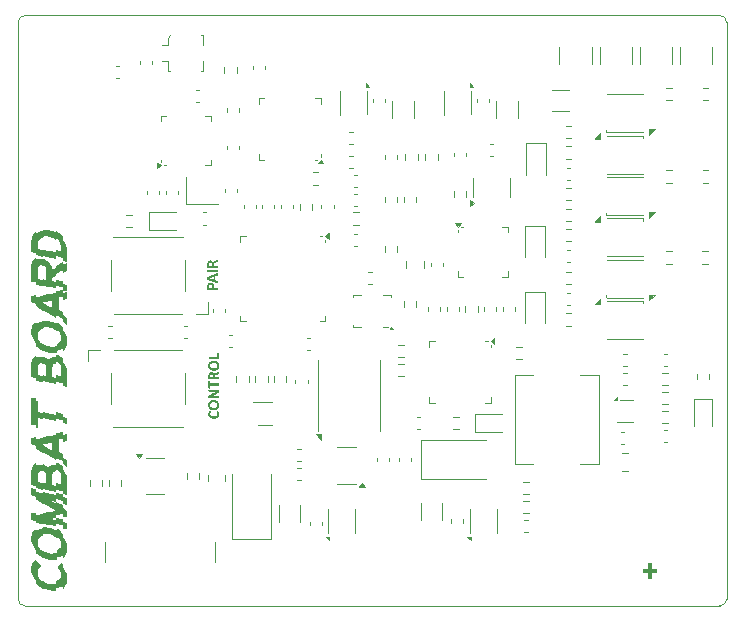
<source format=gbr>
%TF.GenerationSoftware,KiCad,Pcbnew,8.0.3*%
%TF.CreationDate,2024-11-14T20:38:21+13:00*%
%TF.ProjectId,combat-r1,636f6d62-6174-42d7-9231-2e6b69636164,rev?*%
%TF.SameCoordinates,Original*%
%TF.FileFunction,Legend,Top*%
%TF.FilePolarity,Positive*%
%FSLAX46Y46*%
G04 Gerber Fmt 4.6, Leading zero omitted, Abs format (unit mm)*
G04 Created by KiCad (PCBNEW 8.0.3) date 2024-11-14 20:38:21*
%MOMM*%
%LPD*%
G01*
G04 APERTURE LIST*
%ADD10C,0.100000*%
%ADD11C,0.200000*%
%ADD12C,0.400000*%
%ADD13C,0.120000*%
%TA.AperFunction,Profile*%
%ADD14C,0.050000*%
%TD*%
G04 APERTURE END LIST*
D10*
G36*
X124183789Y-122722121D02*
G01*
X124174326Y-122879361D01*
X124145936Y-123025473D01*
X124086885Y-123186121D01*
X124000581Y-123330746D01*
X123887022Y-123459349D01*
X123796175Y-123536182D01*
X123796175Y-123271667D01*
X123661270Y-123362265D01*
X123512919Y-123432925D01*
X123369762Y-123478995D01*
X123255422Y-123503210D01*
X123255422Y-123700314D01*
X123106300Y-123716056D01*
X123014354Y-123718632D01*
X122844467Y-123710569D01*
X122676074Y-123686380D01*
X122509175Y-123646066D01*
X122343770Y-123589626D01*
X122207074Y-123530274D01*
X122125554Y-123489288D01*
X122125554Y-123556699D01*
X121997132Y-123483360D01*
X121875099Y-123401830D01*
X121740800Y-123296358D01*
X121632608Y-123197079D01*
X121530805Y-123089608D01*
X121514459Y-123070900D01*
X121514459Y-122871598D01*
X121420177Y-122755174D01*
X121320003Y-122606263D01*
X121239471Y-122453596D01*
X121178581Y-122297172D01*
X121137332Y-122136991D01*
X121115726Y-121973054D01*
X121112191Y-121872889D01*
X121122012Y-121715012D01*
X121151475Y-121567905D01*
X121212758Y-121405591D01*
X121302325Y-121258785D01*
X121420177Y-121127486D01*
X121514459Y-121048569D01*
X121514459Y-121247871D01*
X121616308Y-121173866D01*
X121976810Y-121653803D01*
X121909399Y-121700697D01*
X121796559Y-121798013D01*
X121708151Y-121926433D01*
X121660546Y-122074907D01*
X121651479Y-122185031D01*
X121666631Y-122335519D01*
X121712086Y-122482716D01*
X121779706Y-122613677D01*
X121868578Y-122737669D01*
X121974910Y-122851356D01*
X122098701Y-122954739D01*
X122125554Y-122974180D01*
X122125554Y-122908967D01*
X122249156Y-122988010D01*
X122393792Y-123060073D01*
X122544340Y-123114285D01*
X122647990Y-123140509D01*
X122795594Y-123163616D01*
X122905910Y-123169085D01*
X123054792Y-123157960D01*
X123204578Y-123121094D01*
X123255422Y-123101674D01*
X123255422Y-122902372D01*
X123391928Y-122828999D01*
X123503319Y-122731154D01*
X123516273Y-122716259D01*
X123599295Y-122581172D01*
X123638365Y-122435439D01*
X123644501Y-122341102D01*
X123628289Y-122188511D01*
X123579654Y-122038485D01*
X123498596Y-121891024D01*
X123401073Y-121764098D01*
X123385115Y-121746127D01*
X123314773Y-121668457D01*
X123673077Y-121340195D01*
X123796175Y-121481612D01*
X123796175Y-121746127D01*
X123887022Y-121861875D01*
X123983547Y-122009072D01*
X124061145Y-122159059D01*
X124119817Y-122311837D01*
X124159563Y-122467406D01*
X124180382Y-122625766D01*
X124183789Y-122722121D01*
G37*
G36*
X122424074Y-118358900D02*
G01*
X122575272Y-118379216D01*
X122646524Y-118393161D01*
X122807083Y-118434056D01*
X122962697Y-118487133D01*
X123113364Y-118552392D01*
X123259085Y-118629832D01*
X123259085Y-118434193D01*
X123391435Y-118518288D01*
X123516001Y-118611568D01*
X123632783Y-118714035D01*
X123741782Y-118825688D01*
X123800572Y-118893614D01*
X123800572Y-119156664D01*
X123890388Y-119272939D01*
X123985818Y-119420214D01*
X124062536Y-119569637D01*
X124120543Y-119721205D01*
X124159838Y-119874921D01*
X124180421Y-120030783D01*
X124183789Y-120125331D01*
X124174433Y-120279265D01*
X124138506Y-120450242D01*
X124075635Y-120606228D01*
X123985818Y-120747221D01*
X123869057Y-120873221D01*
X123800572Y-120930600D01*
X123800572Y-120666085D01*
X123664720Y-120757449D01*
X123516001Y-120828759D01*
X123373005Y-120875310D01*
X123259085Y-120899825D01*
X123259085Y-121098394D01*
X123108075Y-121116026D01*
X123015819Y-121118911D01*
X122869328Y-121112139D01*
X122718000Y-121091823D01*
X122646524Y-121077878D01*
X122494991Y-121039876D01*
X122347863Y-120990165D01*
X122205140Y-120928747D01*
X122127752Y-120889567D01*
X122127752Y-120956978D01*
X121999356Y-120883639D01*
X121877400Y-120802109D01*
X121743257Y-120696637D01*
X121635254Y-120597358D01*
X121533691Y-120489887D01*
X121517390Y-120471179D01*
X121517390Y-120273342D01*
X121422421Y-120155213D01*
X121321517Y-120005039D01*
X121240398Y-119852075D01*
X121179064Y-119696320D01*
X121151125Y-119589706D01*
X121651479Y-119589706D01*
X121666891Y-119739604D01*
X121713125Y-119886038D01*
X121781905Y-120016154D01*
X121871406Y-120139903D01*
X121977795Y-120253776D01*
X122101071Y-120357775D01*
X122127752Y-120377390D01*
X122127752Y-120312177D01*
X122141674Y-120324633D01*
X122273443Y-120405423D01*
X122413210Y-120470563D01*
X122560976Y-120520055D01*
X122646524Y-120540788D01*
X122793794Y-120563895D01*
X122902247Y-120569364D01*
X123054812Y-120557876D01*
X123207483Y-120519809D01*
X123259085Y-120499755D01*
X123259085Y-120301919D01*
X123392275Y-120229190D01*
X123508436Y-120126058D01*
X123514808Y-120118736D01*
X123598779Y-119985194D01*
X123638295Y-119840457D01*
X123644501Y-119746510D01*
X123629176Y-119597778D01*
X123583200Y-119451816D01*
X123514808Y-119321528D01*
X123423823Y-119197055D01*
X123315182Y-119082014D01*
X123259085Y-119032100D01*
X123259085Y-119228471D01*
X123138111Y-119136849D01*
X123009843Y-119060093D01*
X122874283Y-118998203D01*
X122731429Y-118951179D01*
X122646524Y-118930983D01*
X122499512Y-118907284D01*
X122389337Y-118901674D01*
X122238409Y-118913266D01*
X122127752Y-118938311D01*
X122127752Y-119003524D01*
X121989363Y-119058905D01*
X121861696Y-119142230D01*
X121781905Y-119220411D01*
X121697459Y-119354177D01*
X121657720Y-119497403D01*
X121651479Y-119589706D01*
X121151125Y-119589706D01*
X121137516Y-119537774D01*
X121115752Y-119376438D01*
X121112191Y-119278297D01*
X121122083Y-119119261D01*
X121151761Y-118971424D01*
X121213490Y-118808801D01*
X121303710Y-118662304D01*
X121422421Y-118531933D01*
X121517390Y-118453977D01*
X121517390Y-118650348D01*
X121652807Y-118565123D01*
X121799673Y-118499223D01*
X121957988Y-118452649D01*
X122105906Y-118427750D01*
X122127752Y-118425401D01*
X122127752Y-118360188D01*
X122277229Y-118352128D01*
X122424074Y-118358900D01*
G37*
G36*
X121510795Y-115136182D02*
G01*
X121510795Y-115334752D01*
X122118960Y-115462247D01*
X122118960Y-115394103D01*
X123245896Y-115634438D01*
X123245896Y-115437334D01*
X123785184Y-115552372D01*
X123785184Y-115816887D01*
X124136894Y-115890893D01*
X124136894Y-116427983D01*
X123808632Y-116353977D01*
X123808632Y-116089462D01*
X123245896Y-115974424D01*
X123245896Y-116167864D01*
X123785184Y-116485136D01*
X123785184Y-116749651D01*
X124136894Y-116952616D01*
X124136894Y-117457466D01*
X123808632Y-117513154D01*
X123808632Y-117248639D01*
X123245896Y-117336566D01*
X123245896Y-117531472D01*
X123785184Y-117646510D01*
X123785184Y-117911025D01*
X124136894Y-117984298D01*
X124136894Y-118523586D01*
X123808632Y-118450314D01*
X123808632Y-118185799D01*
X123245896Y-118070760D01*
X123245896Y-118267864D01*
X122118960Y-118027529D01*
X122118960Y-118094940D01*
X121510795Y-117968178D01*
X121510795Y-117768876D01*
X121135638Y-117689009D01*
X121135638Y-117617201D01*
X122726392Y-117617201D01*
X123245896Y-117727843D01*
X123245896Y-117535136D01*
X122726392Y-117617201D01*
X121135638Y-117617201D01*
X121135638Y-117166573D01*
X121510795Y-117108688D01*
X121510795Y-117307990D01*
X122118960Y-117207606D01*
X122118960Y-117141660D01*
X123245896Y-116961409D01*
X123245896Y-116943091D01*
X122938323Y-116762107D01*
X123245896Y-116762107D01*
X123270809Y-116759909D01*
X123245896Y-116743789D01*
X123245896Y-116762107D01*
X122938323Y-116762107D01*
X122118960Y-116279972D01*
X122118960Y-116348115D01*
X121626397Y-116060886D01*
X122726392Y-116060886D01*
X123245896Y-116366434D01*
X123245896Y-116171528D01*
X122726392Y-116060886D01*
X121626397Y-116060886D01*
X121510795Y-115993475D01*
X121510795Y-115794173D01*
X121135638Y-115575087D01*
X121135638Y-115056315D01*
X121510795Y-115136182D01*
G37*
G36*
X123400960Y-112912763D02*
G01*
X123539354Y-112974816D01*
X123669139Y-113057477D01*
X123790314Y-113160746D01*
X123790314Y-113428192D01*
X123894015Y-113543177D01*
X123981269Y-113669045D01*
X124015994Y-113730809D01*
X124079750Y-113873047D01*
X124119893Y-114018577D01*
X124136422Y-114167398D01*
X124136894Y-114197557D01*
X124136894Y-115597801D01*
X123790314Y-115523796D01*
X123790314Y-115259281D01*
X123253956Y-115146441D01*
X123253956Y-115345743D01*
X122124089Y-115105408D01*
X122124089Y-115171353D01*
X121504933Y-115041660D01*
X121504933Y-114845289D01*
X121135638Y-114766887D01*
X121135638Y-113853175D01*
X121674926Y-113853175D01*
X121674926Y-114539741D01*
X122124089Y-114632065D01*
X122124089Y-114566120D01*
X122378346Y-114619609D01*
X122378346Y-113933042D01*
X122365391Y-113868562D01*
X122917634Y-113868562D01*
X122917634Y-114733914D01*
X123253956Y-114805722D01*
X123253956Y-114607152D01*
X123597606Y-114678960D01*
X123597606Y-113817271D01*
X123566076Y-113665725D01*
X123497955Y-113557152D01*
X123387130Y-113459883D01*
X123253956Y-113406943D01*
X123253956Y-113600383D01*
X123178485Y-113592323D01*
X123034487Y-113636825D01*
X123002630Y-113659734D01*
X122925934Y-113787404D01*
X122917634Y-113868562D01*
X122365391Y-113868562D01*
X122349394Y-113788942D01*
X122275764Y-113670725D01*
X122160148Y-113573070D01*
X122124089Y-113554221D01*
X122124089Y-113614305D01*
X121978938Y-113579993D01*
X121948967Y-113579134D01*
X121802761Y-113620279D01*
X121763586Y-113646545D01*
X121683584Y-113772861D01*
X121674926Y-113853175D01*
X121135638Y-113853175D01*
X121135638Y-113543230D01*
X121150011Y-113383951D01*
X121193129Y-113240602D01*
X121257271Y-113124110D01*
X121359495Y-113006709D01*
X121486191Y-112918287D01*
X121504933Y-112908688D01*
X121504933Y-113100662D01*
X121511528Y-113098464D01*
X121654099Y-113049027D01*
X121800238Y-113030193D01*
X121833196Y-113029588D01*
X121984266Y-113040341D01*
X122124089Y-113067690D01*
X122124089Y-113009071D01*
X122269160Y-113064684D01*
X122405789Y-113141764D01*
X122533973Y-113240310D01*
X122558597Y-113262595D01*
X122674918Y-113162395D01*
X122804930Y-113094077D01*
X122814319Y-113090404D01*
X122960961Y-113050637D01*
X123067843Y-113042777D01*
X123218167Y-113056321D01*
X123253956Y-113063293D01*
X123253956Y-112871318D01*
X123400960Y-112912763D01*
G37*
G36*
X123785184Y-110537578D02*
G01*
X124136894Y-110481891D01*
X124136894Y-111054152D01*
X123808632Y-111112037D01*
X123808632Y-110847522D01*
X123433475Y-110904675D01*
X123433475Y-111972993D01*
X123785184Y-112178157D01*
X123785184Y-112442672D01*
X124136894Y-112645638D01*
X124136894Y-113222295D01*
X123808632Y-113019330D01*
X123808632Y-112754815D01*
X123245896Y-112439009D01*
X123245896Y-112637578D01*
X122119692Y-111975191D01*
X122119692Y-112042602D01*
X121510795Y-111685764D01*
X121510795Y-111487194D01*
X121360222Y-111400732D01*
X122006852Y-111400732D01*
X122119692Y-111466678D01*
X122119692Y-111400732D01*
X122894187Y-111854291D01*
X122894187Y-111189706D01*
X122119692Y-111317201D01*
X122119692Y-111382414D01*
X122006852Y-111400732D01*
X121360222Y-111400732D01*
X121135638Y-111271772D01*
X121135638Y-110767655D01*
X121510795Y-110706106D01*
X121510795Y-110904675D01*
X122119692Y-110806489D01*
X122119692Y-110740544D01*
X123245896Y-110560293D01*
X123245896Y-110360990D01*
X123785184Y-110273063D01*
X123785184Y-110537578D01*
G37*
G36*
X124136894Y-109065526D02*
G01*
X124136894Y-109604815D01*
X123808632Y-109530809D01*
X123808632Y-109266294D01*
X123245896Y-109151988D01*
X123245896Y-109350558D01*
X122114563Y-109110956D01*
X122114563Y-109176168D01*
X121674926Y-109083845D01*
X121674926Y-109955792D01*
X121504933Y-109918422D01*
X121504933Y-109719853D01*
X121135638Y-109641451D01*
X121135638Y-107359002D01*
X121504933Y-107437404D01*
X121504933Y-107635973D01*
X121674926Y-107673342D01*
X121674926Y-108544556D01*
X122114563Y-108636880D01*
X122114563Y-108571667D01*
X123245896Y-108811270D01*
X123245896Y-108611967D01*
X123785184Y-108727006D01*
X123785184Y-108991521D01*
X124136894Y-109065526D01*
G37*
G36*
X123400960Y-103794689D02*
G01*
X123539354Y-103856742D01*
X123669139Y-103939403D01*
X123790314Y-104042672D01*
X123790314Y-104310118D01*
X123894015Y-104425103D01*
X123981269Y-104550971D01*
X124015994Y-104612735D01*
X124079750Y-104754973D01*
X124119893Y-104900503D01*
X124136422Y-105049324D01*
X124136894Y-105079483D01*
X124136894Y-106479727D01*
X123790314Y-106405722D01*
X123790314Y-106141207D01*
X123253956Y-106028367D01*
X123253956Y-106227669D01*
X122124089Y-105987334D01*
X122124089Y-106053279D01*
X121504933Y-105923586D01*
X121504933Y-105727215D01*
X121135638Y-105648813D01*
X121135638Y-104735101D01*
X121674926Y-104735101D01*
X121674926Y-105421667D01*
X122124089Y-105513991D01*
X122124089Y-105448046D01*
X122378346Y-105501535D01*
X122378346Y-104814968D01*
X122365391Y-104750488D01*
X122917634Y-104750488D01*
X122917634Y-105615840D01*
X123253956Y-105687648D01*
X123253956Y-105489078D01*
X123597606Y-105560886D01*
X123597606Y-104699197D01*
X123566076Y-104547651D01*
X123497955Y-104439078D01*
X123387130Y-104341809D01*
X123253956Y-104288869D01*
X123253956Y-104482309D01*
X123178485Y-104474249D01*
X123034487Y-104518751D01*
X123002630Y-104541660D01*
X122925934Y-104669330D01*
X122917634Y-104750488D01*
X122365391Y-104750488D01*
X122349394Y-104670868D01*
X122275764Y-104552651D01*
X122160148Y-104454996D01*
X122124089Y-104436147D01*
X122124089Y-104496231D01*
X121978938Y-104461919D01*
X121948967Y-104461060D01*
X121802761Y-104502205D01*
X121763586Y-104528471D01*
X121683584Y-104654787D01*
X121674926Y-104735101D01*
X121135638Y-104735101D01*
X121135638Y-104425157D01*
X121150011Y-104265877D01*
X121193129Y-104122528D01*
X121257271Y-104006036D01*
X121359495Y-103888635D01*
X121486191Y-103800213D01*
X121504933Y-103790614D01*
X121504933Y-103982588D01*
X121511528Y-103980390D01*
X121654099Y-103930953D01*
X121800238Y-103912119D01*
X121833196Y-103911514D01*
X121984266Y-103922267D01*
X122124089Y-103949616D01*
X122124089Y-103890997D01*
X122269160Y-103946610D01*
X122405789Y-104023690D01*
X122533973Y-104122236D01*
X122558597Y-104144521D01*
X122674918Y-104044321D01*
X122804930Y-103976003D01*
X122814319Y-103972330D01*
X122960961Y-103932563D01*
X123067843Y-103924703D01*
X123218167Y-103938247D01*
X123253956Y-103945219D01*
X123253956Y-103753244D01*
X123400960Y-103794689D01*
G37*
G36*
X122424074Y-100849619D02*
G01*
X122575272Y-100869935D01*
X122646524Y-100883879D01*
X122807083Y-100924775D01*
X122962697Y-100977852D01*
X123113364Y-101043111D01*
X123259085Y-101120551D01*
X123259085Y-100924912D01*
X123391435Y-101009006D01*
X123516001Y-101102287D01*
X123632783Y-101204754D01*
X123741782Y-101316407D01*
X123800572Y-101384333D01*
X123800572Y-101647383D01*
X123890388Y-101763657D01*
X123985818Y-101910933D01*
X124062536Y-102060355D01*
X124120543Y-102211924D01*
X124159838Y-102365640D01*
X124180421Y-102521502D01*
X124183789Y-102616050D01*
X124174433Y-102769984D01*
X124138506Y-102940961D01*
X124075635Y-103096946D01*
X123985818Y-103237939D01*
X123869057Y-103363940D01*
X123800572Y-103421318D01*
X123800572Y-103156803D01*
X123664720Y-103248168D01*
X123516001Y-103319478D01*
X123373005Y-103366029D01*
X123259085Y-103390544D01*
X123259085Y-103589113D01*
X123108075Y-103606745D01*
X123015819Y-103609630D01*
X122869328Y-103602858D01*
X122718000Y-103582542D01*
X122646524Y-103568597D01*
X122494991Y-103530594D01*
X122347863Y-103480884D01*
X122205140Y-103419466D01*
X122127752Y-103380286D01*
X122127752Y-103447697D01*
X121999356Y-103374358D01*
X121877400Y-103292828D01*
X121743257Y-103187355D01*
X121635254Y-103088076D01*
X121533691Y-102980606D01*
X121517390Y-102961898D01*
X121517390Y-102764061D01*
X121422421Y-102645931D01*
X121321517Y-102495758D01*
X121240398Y-102342794D01*
X121179064Y-102187039D01*
X121151125Y-102080425D01*
X121651479Y-102080425D01*
X121666891Y-102230323D01*
X121713125Y-102376757D01*
X121781905Y-102506873D01*
X121871406Y-102630621D01*
X121977795Y-102744495D01*
X122101071Y-102848494D01*
X122127752Y-102868108D01*
X122127752Y-102802896D01*
X122141674Y-102815352D01*
X122273443Y-102896142D01*
X122413210Y-102961282D01*
X122560976Y-103010774D01*
X122646524Y-103031507D01*
X122793794Y-103054614D01*
X122902247Y-103060083D01*
X123054812Y-103048595D01*
X123207483Y-103010527D01*
X123259085Y-102990474D01*
X123259085Y-102792637D01*
X123392275Y-102719908D01*
X123508436Y-102616777D01*
X123514808Y-102609455D01*
X123598779Y-102475913D01*
X123638295Y-102331176D01*
X123644501Y-102237229D01*
X123629176Y-102088497D01*
X123583200Y-101942535D01*
X123514808Y-101812247D01*
X123423823Y-101687774D01*
X123315182Y-101572733D01*
X123259085Y-101522819D01*
X123259085Y-101719190D01*
X123138111Y-101627567D01*
X123009843Y-101550811D01*
X122874283Y-101488921D01*
X122731429Y-101441898D01*
X122646524Y-101421702D01*
X122499512Y-101398003D01*
X122389337Y-101392393D01*
X122238409Y-101403985D01*
X122127752Y-101429030D01*
X122127752Y-101494242D01*
X121989363Y-101549623D01*
X121861696Y-101632948D01*
X121781905Y-101711130D01*
X121697459Y-101844896D01*
X121657720Y-101988121D01*
X121651479Y-102080425D01*
X121151125Y-102080425D01*
X121137516Y-102028493D01*
X121115752Y-101867157D01*
X121112191Y-101769016D01*
X121122083Y-101609980D01*
X121151761Y-101462143D01*
X121213490Y-101299520D01*
X121303710Y-101153023D01*
X121422421Y-101022651D01*
X121517390Y-100944696D01*
X121517390Y-101141067D01*
X121652807Y-101055842D01*
X121799673Y-100989942D01*
X121957988Y-100943368D01*
X122105906Y-100918469D01*
X122127752Y-100916120D01*
X122127752Y-100850907D01*
X122277229Y-100842847D01*
X122424074Y-100849619D01*
G37*
G36*
X123785184Y-98500314D02*
G01*
X124136894Y-98444626D01*
X124136894Y-99016887D01*
X123808632Y-99074773D01*
X123808632Y-98810258D01*
X123433475Y-98867411D01*
X123433475Y-99935729D01*
X123785184Y-100140893D01*
X123785184Y-100405408D01*
X124136894Y-100608374D01*
X124136894Y-101185031D01*
X123808632Y-100982065D01*
X123808632Y-100717550D01*
X123245896Y-100401744D01*
X123245896Y-100600314D01*
X122119692Y-99937927D01*
X122119692Y-100005338D01*
X121510795Y-99648499D01*
X121510795Y-99449930D01*
X121360222Y-99363468D01*
X122006852Y-99363468D01*
X122119692Y-99429413D01*
X122119692Y-99363468D01*
X122894187Y-99817027D01*
X122894187Y-99152442D01*
X122119692Y-99279937D01*
X122119692Y-99345150D01*
X122006852Y-99363468D01*
X121360222Y-99363468D01*
X121135638Y-99234508D01*
X121135638Y-98730390D01*
X121510795Y-98668841D01*
X121510795Y-98867411D01*
X122119692Y-98769225D01*
X122119692Y-98703279D01*
X123245896Y-98523028D01*
X123245896Y-98323726D01*
X123785184Y-98235799D01*
X123785184Y-98500314D01*
G37*
G36*
X121505666Y-95696161D02*
G01*
X121512260Y-95693963D01*
X121651236Y-95639792D01*
X121804379Y-95618787D01*
X121825868Y-95618492D01*
X121978885Y-95631727D01*
X122109434Y-95665387D01*
X122109434Y-95597976D01*
X122249294Y-95653308D01*
X122380910Y-95726982D01*
X122464075Y-95786287D01*
X122583544Y-95893434D01*
X122686412Y-96012460D01*
X122772680Y-96143363D01*
X122787941Y-96170969D01*
X122848430Y-96309288D01*
X122885782Y-96463144D01*
X122894187Y-96580565D01*
X123245896Y-96400314D01*
X123245896Y-96201011D01*
X123785184Y-95912316D01*
X123785184Y-96174633D01*
X124136894Y-95989986D01*
X124136894Y-96662630D01*
X123808632Y-96847278D01*
X123808632Y-96584228D01*
X123245896Y-96873656D01*
X123245896Y-97072958D01*
X122894187Y-97253210D01*
X122894187Y-97503070D01*
X123245896Y-97577076D01*
X123245896Y-97378506D01*
X123785184Y-97492812D01*
X123785184Y-97757327D01*
X124136894Y-97831332D01*
X124136894Y-98368422D01*
X123808632Y-98295150D01*
X123808632Y-98030635D01*
X123245896Y-97915596D01*
X123245896Y-98114166D01*
X122109434Y-97874563D01*
X122109434Y-97939776D01*
X121505666Y-97810816D01*
X121505666Y-97613712D01*
X121135638Y-97536043D01*
X121135638Y-96445010D01*
X121674926Y-96445010D01*
X121674926Y-97310362D01*
X122109434Y-97402686D01*
X122109434Y-97337473D01*
X122354898Y-97390230D01*
X122354898Y-96524877D01*
X122326981Y-96378697D01*
X122255980Y-96260362D01*
X122144246Y-96162707D01*
X122109434Y-96143859D01*
X122109434Y-96211270D01*
X121965867Y-96169094D01*
X121938709Y-96168039D01*
X121792813Y-96212057D01*
X121760655Y-96234717D01*
X121683298Y-96362764D01*
X121674926Y-96445010D01*
X121135638Y-96445010D01*
X121135638Y-96135066D01*
X121149751Y-95976290D01*
X121192090Y-95833445D01*
X121255073Y-95717411D01*
X121351724Y-95604650D01*
X121477691Y-95512473D01*
X121505666Y-95497592D01*
X121505666Y-95696161D01*
G37*
G36*
X122435905Y-93167029D02*
G01*
X122591180Y-93189749D01*
X122636266Y-93199023D01*
X122796230Y-93239368D01*
X122950790Y-93292995D01*
X123099946Y-93359902D01*
X123243698Y-93440090D01*
X123243698Y-93241521D01*
X123377586Y-93328926D01*
X123502918Y-93425728D01*
X123619695Y-93531926D01*
X123727917Y-93647521D01*
X123785917Y-93717794D01*
X123785917Y-93982309D01*
X123887029Y-94119835D01*
X123971003Y-94259472D01*
X124037839Y-94401220D01*
X124087538Y-94545079D01*
X124120099Y-94691049D01*
X124135523Y-94839129D01*
X124136894Y-94898953D01*
X124136894Y-95864689D01*
X123785917Y-95790683D01*
X123785917Y-95526168D01*
X123243698Y-95413328D01*
X123243698Y-95612630D01*
X122113831Y-95372295D01*
X122113831Y-95438241D01*
X121504933Y-95309281D01*
X121504933Y-95109979D01*
X121135638Y-95032309D01*
X121135638Y-94380181D01*
X121674926Y-94380181D01*
X121674926Y-94808827D01*
X122113831Y-94901151D01*
X122113831Y-94835205D01*
X123243698Y-95074808D01*
X123243698Y-94876238D01*
X123597606Y-94950244D01*
X123597606Y-94521598D01*
X123580671Y-94364980D01*
X123529866Y-94213130D01*
X123445191Y-94066049D01*
X123345654Y-93943775D01*
X123243698Y-93844556D01*
X123243698Y-94043859D01*
X123125223Y-93949847D01*
X122998683Y-93871052D01*
X122864080Y-93807474D01*
X122721411Y-93759113D01*
X122636266Y-93738311D01*
X122484812Y-93713839D01*
X122387138Y-93709002D01*
X122236287Y-93721823D01*
X122113831Y-93754431D01*
X122113831Y-93820376D01*
X121968874Y-93883204D01*
X121848345Y-93971668D01*
X121800956Y-94021144D01*
X121719356Y-94150742D01*
X121679357Y-94302592D01*
X121674926Y-94380181D01*
X121135638Y-94380181D01*
X121135638Y-94065108D01*
X121144654Y-93915099D01*
X121179275Y-93748311D01*
X121239863Y-93595950D01*
X121326416Y-93458013D01*
X121438936Y-93334503D01*
X121504933Y-93278157D01*
X121504933Y-93475261D01*
X121639435Y-93385823D01*
X121785751Y-93316076D01*
X121943883Y-93266021D01*
X122091941Y-93238377D01*
X122113831Y-93235659D01*
X122113831Y-93169713D01*
X122262975Y-93159615D01*
X122284556Y-93159455D01*
X122435905Y-93167029D01*
G37*
D11*
G36*
X136869187Y-108490718D02*
G01*
X136897030Y-108491695D01*
X136916814Y-108494870D01*
X136930980Y-108500243D01*
X136946367Y-108511234D01*
X136970547Y-108540543D01*
X136994820Y-108584007D01*
X136999124Y-108593544D01*
X137015517Y-108640802D01*
X137021594Y-108665107D01*
X137029140Y-108714998D01*
X137030631Y-108751813D01*
X137028390Y-108801786D01*
X137020643Y-108854002D01*
X137007362Y-108902736D01*
X137002299Y-108916677D01*
X136979530Y-108964623D01*
X136950182Y-109007374D01*
X136917791Y-109041730D01*
X136875851Y-109074332D01*
X136831964Y-109099061D01*
X136782590Y-109119116D01*
X136777351Y-109120864D01*
X136727770Y-109134088D01*
X136673822Y-109142984D01*
X136622203Y-109147258D01*
X136581224Y-109148220D01*
X136525903Y-109146327D01*
X136473757Y-109140648D01*
X136424787Y-109131184D01*
X136378991Y-109117933D01*
X136331498Y-109099004D01*
X136283985Y-109073530D01*
X136242006Y-109043382D01*
X136230491Y-109033425D01*
X136195778Y-108997414D01*
X136166740Y-108957157D01*
X136143380Y-108912654D01*
X136139389Y-108903244D01*
X136123031Y-108854267D01*
X136112732Y-108802284D01*
X136108643Y-108752930D01*
X136108370Y-108735938D01*
X136111372Y-108686276D01*
X136114720Y-108664619D01*
X136126215Y-108615984D01*
X136131085Y-108601116D01*
X136150418Y-108555830D01*
X136154532Y-108548359D01*
X136177247Y-108515631D01*
X136192878Y-108502930D01*
X136209242Y-108497557D01*
X136232445Y-108494381D01*
X136265418Y-108493405D01*
X136301322Y-108494870D01*
X136325258Y-108499511D01*
X136338691Y-108507815D01*
X136342843Y-108518806D01*
X136330875Y-108544940D01*
X136303764Y-108585973D01*
X136282274Y-108630862D01*
X136276898Y-108645568D01*
X136266403Y-108694168D01*
X136264685Y-108728366D01*
X136270059Y-108778497D01*
X136286179Y-108822888D01*
X136314254Y-108863558D01*
X136347728Y-108893719D01*
X136391936Y-108919303D01*
X136440923Y-108936966D01*
X136444448Y-108937926D01*
X136492866Y-108947731D01*
X136541782Y-108952345D01*
X136572187Y-108953070D01*
X136623300Y-108951165D01*
X136673463Y-108944742D01*
X136707254Y-108936950D01*
X136753262Y-108920227D01*
X136796569Y-108894703D01*
X136801287Y-108891032D01*
X136835165Y-108855666D01*
X136856242Y-108818736D01*
X136870344Y-108770877D01*
X136874316Y-108723726D01*
X136870452Y-108673768D01*
X136862103Y-108640683D01*
X136843062Y-108595298D01*
X136834993Y-108580355D01*
X136808126Y-108539078D01*
X136796158Y-108514165D01*
X136798845Y-108503174D01*
X136809347Y-108496335D01*
X136831329Y-108492183D01*
X136869187Y-108490718D01*
G37*
G36*
X136613113Y-107577021D02*
G01*
X136664084Y-107582196D01*
X136717958Y-107592141D01*
X136757323Y-107602895D01*
X136804421Y-107620408D01*
X136851858Y-107644851D01*
X136894142Y-107674542D01*
X136905823Y-107684472D01*
X136941019Y-107720889D01*
X136970585Y-107762363D01*
X136994523Y-107808893D01*
X136998635Y-107818806D01*
X137014102Y-107865839D01*
X137024507Y-107916814D01*
X137029506Y-107965434D01*
X137030631Y-108003942D01*
X137028937Y-108054088D01*
X137022980Y-108106598D01*
X137012734Y-108154973D01*
X137003520Y-108184926D01*
X136983656Y-108230659D01*
X136955415Y-108275181D01*
X136920478Y-108313642D01*
X136878614Y-108346042D01*
X136834345Y-108370237D01*
X136784160Y-108389424D01*
X136778817Y-108391067D01*
X136727846Y-108403464D01*
X136678387Y-108411077D01*
X136625020Y-108415485D01*
X136575118Y-108416712D01*
X136522392Y-108415003D01*
X136472414Y-108409873D01*
X136419473Y-108400016D01*
X136380701Y-108389357D01*
X136334114Y-108371726D01*
X136287154Y-108347197D01*
X136245251Y-108317468D01*
X136233667Y-108307536D01*
X136198576Y-108271119D01*
X136169019Y-108229645D01*
X136144995Y-108183115D01*
X136140854Y-108173202D01*
X136125151Y-108126111D01*
X136114588Y-108074962D01*
X136109512Y-108026091D01*
X136108557Y-107993684D01*
X136264685Y-107993684D01*
X136268757Y-108044074D01*
X136283572Y-108093300D01*
X136289354Y-108104814D01*
X136317930Y-108145236D01*
X136354811Y-108177110D01*
X136399263Y-108200496D01*
X136447148Y-108215212D01*
X136450554Y-108215945D01*
X136499688Y-108223625D01*
X136551346Y-108227004D01*
X136566570Y-108227180D01*
X136617884Y-108225634D01*
X136668978Y-108220471D01*
X136694553Y-108216189D01*
X136744134Y-108202558D01*
X136789212Y-108180683D01*
X136791762Y-108179064D01*
X136829204Y-108146265D01*
X136853311Y-108108966D01*
X136869064Y-108059324D01*
X136874131Y-108010627D01*
X136874316Y-107998324D01*
X136870325Y-107947934D01*
X136855803Y-107898708D01*
X136850136Y-107887194D01*
X136821620Y-107846833D01*
X136784434Y-107815142D01*
X136739249Y-107791634D01*
X136690677Y-107777026D01*
X136687226Y-107776308D01*
X136637357Y-107768460D01*
X136588623Y-107765108D01*
X136569256Y-107764828D01*
X136519534Y-107766374D01*
X136469621Y-107771536D01*
X136444448Y-107775819D01*
X136395379Y-107789558D01*
X136350965Y-107811784D01*
X136348461Y-107813432D01*
X136311071Y-107846422D01*
X136286667Y-107883774D01*
X136270181Y-107933234D01*
X136264771Y-107985526D01*
X136264685Y-107993684D01*
X136108557Y-107993684D01*
X136108370Y-107987333D01*
X136110049Y-107938378D01*
X136115953Y-107886843D01*
X136126106Y-107839056D01*
X136135237Y-107809280D01*
X136154843Y-107763394D01*
X136182911Y-107718705D01*
X136217791Y-107680076D01*
X136259539Y-107647479D01*
X136303503Y-107623055D01*
X136353191Y-107603592D01*
X136358475Y-107601918D01*
X136408720Y-107589049D01*
X136457469Y-107581145D01*
X136510065Y-107576570D01*
X136559242Y-107575296D01*
X136613113Y-107577021D01*
G37*
G36*
X136950519Y-106695044D02*
G01*
X136978852Y-106700662D01*
X136999368Y-106715317D01*
X137011336Y-106737298D01*
X137015000Y-106763188D01*
X137015000Y-106840125D01*
X137010115Y-106881646D01*
X136992041Y-106913886D01*
X136956625Y-106942462D01*
X136913167Y-106965921D01*
X136898007Y-106973237D01*
X136465942Y-107194521D01*
X136420673Y-107216460D01*
X136382899Y-107233844D01*
X136336098Y-107253761D01*
X136295949Y-107269504D01*
X136295949Y-107270725D01*
X136347117Y-107268405D01*
X136398042Y-107266817D01*
X136449638Y-107265718D01*
X136499452Y-107265353D01*
X136502822Y-107265351D01*
X136984469Y-107265351D01*
X136997170Y-107269259D01*
X137006939Y-107282204D01*
X137013046Y-107307361D01*
X137015000Y-107347661D01*
X137013046Y-107387717D01*
X137007184Y-107412386D01*
X136997903Y-107424598D01*
X136985446Y-107428017D01*
X136188482Y-107428017D01*
X136142200Y-107411488D01*
X136140122Y-107409211D01*
X136124002Y-107362804D01*
X136124002Y-107266084D01*
X136128398Y-107222120D01*
X136143053Y-107190125D01*
X136171629Y-107163746D01*
X136214670Y-107139154D01*
X136216325Y-107138345D01*
X136539947Y-106965177D01*
X136583499Y-106942737D01*
X136597833Y-106935379D01*
X136642102Y-106912845D01*
X136654497Y-106906803D01*
X136699892Y-106884825D01*
X136710184Y-106879936D01*
X136754637Y-106859223D01*
X136764895Y-106854535D01*
X136764895Y-106853802D01*
X136713119Y-106855793D01*
X136665488Y-106856977D01*
X136614930Y-106857710D01*
X136566814Y-106857954D01*
X136153311Y-106857954D01*
X136141099Y-106853802D01*
X136131573Y-106840125D01*
X136125711Y-106814723D01*
X136124002Y-106774179D01*
X136125711Y-106735100D01*
X136131573Y-106710676D01*
X136141343Y-106698464D01*
X136153555Y-106695044D01*
X136950519Y-106695044D01*
G37*
G36*
X136194588Y-105914444D02*
G01*
X136227072Y-105916154D01*
X136248810Y-105921283D01*
X136260778Y-105929832D01*
X136264685Y-105941311D01*
X136264685Y-106163816D01*
X136985935Y-106163816D01*
X136998391Y-106168457D01*
X137007428Y-106183111D01*
X137013046Y-106210955D01*
X137015000Y-106254430D01*
X137013046Y-106298150D01*
X137007428Y-106325749D01*
X136998391Y-106340648D01*
X136985935Y-106345044D01*
X136264685Y-106345044D01*
X136264685Y-106567550D01*
X136260778Y-106579273D01*
X136248810Y-106587578D01*
X136227072Y-106592707D01*
X136194588Y-106594416D01*
X136161371Y-106592707D01*
X136139389Y-106587578D01*
X136127665Y-106579273D01*
X136124002Y-106567550D01*
X136124002Y-105941311D01*
X136127665Y-105929832D01*
X136139389Y-105921283D01*
X136161371Y-105916154D01*
X136194588Y-105914444D01*
G37*
G36*
X137000589Y-105156559D02*
G01*
X137008893Y-105169504D01*
X137013778Y-105199790D01*
X137014995Y-105249764D01*
X137015000Y-105254012D01*
X137013778Y-105299929D01*
X137008649Y-105327040D01*
X136999368Y-105341206D01*
X136985446Y-105348045D01*
X136791273Y-105427668D01*
X136746073Y-105449009D01*
X136732899Y-105456000D01*
X136692327Y-105484437D01*
X136690157Y-105486531D01*
X136664267Y-105525365D01*
X136655483Y-105574373D01*
X136655474Y-105576168D01*
X136655474Y-105632588D01*
X136986667Y-105632588D01*
X136998879Y-105637229D01*
X137007672Y-105651883D01*
X137013046Y-105679238D01*
X137015000Y-105723202D01*
X137013046Y-105766922D01*
X137007428Y-105794521D01*
X136998635Y-105808931D01*
X136986179Y-105813084D01*
X136180910Y-105813084D01*
X136137435Y-105797696D01*
X136124002Y-105759594D01*
X136124002Y-105551499D01*
X136264685Y-105551499D01*
X136264685Y-105632588D01*
X136514790Y-105632588D01*
X136514790Y-105540508D01*
X136510122Y-105490307D01*
X136505753Y-105473342D01*
X136482913Y-105428886D01*
X136479863Y-105425226D01*
X136439808Y-105396405D01*
X136391579Y-105386674D01*
X136388028Y-105386635D01*
X136338817Y-105394459D01*
X136314511Y-105406663D01*
X136281631Y-105445987D01*
X136272257Y-105471876D01*
X136266884Y-105503139D01*
X136264685Y-105551499D01*
X136124002Y-105551499D01*
X136124002Y-105529518D01*
X136125045Y-105479208D01*
X136125467Y-105471876D01*
X136128886Y-105430599D01*
X136138453Y-105382639D01*
X136155265Y-105334123D01*
X136179857Y-105289936D01*
X136204113Y-105261339D01*
X136243749Y-105230744D01*
X136275432Y-105215666D01*
X136325656Y-105202828D01*
X136369954Y-105199790D01*
X136420566Y-105203837D01*
X136452020Y-105211269D01*
X136497275Y-105230644D01*
X136518210Y-105244486D01*
X136554595Y-105279560D01*
X136568768Y-105298708D01*
X136592391Y-105342538D01*
X136603450Y-105372225D01*
X136626653Y-105334856D01*
X136659382Y-105301883D01*
X136700283Y-105274291D01*
X136703346Y-105272574D01*
X136747624Y-105250670D01*
X136759033Y-105245707D01*
X136931713Y-105170725D01*
X136969326Y-105157047D01*
X136987889Y-105153628D01*
X137000589Y-105156559D01*
G37*
G36*
X136613113Y-104241640D02*
G01*
X136664084Y-104246815D01*
X136717958Y-104256761D01*
X136757323Y-104267515D01*
X136804421Y-104285027D01*
X136851858Y-104309471D01*
X136894142Y-104339161D01*
X136905823Y-104349092D01*
X136941019Y-104385509D01*
X136970585Y-104426982D01*
X136994523Y-104473513D01*
X136998635Y-104483425D01*
X137014102Y-104530459D01*
X137024507Y-104581434D01*
X137029506Y-104630053D01*
X137030631Y-104668562D01*
X137028937Y-104718708D01*
X137022980Y-104771217D01*
X137012734Y-104819592D01*
X137003520Y-104849545D01*
X136983656Y-104895279D01*
X136955415Y-104939801D01*
X136920478Y-104978261D01*
X136878614Y-105010662D01*
X136834345Y-105034857D01*
X136784160Y-105054043D01*
X136778817Y-105055686D01*
X136727846Y-105068083D01*
X136678387Y-105075697D01*
X136625020Y-105080105D01*
X136575118Y-105081332D01*
X136522392Y-105079622D01*
X136472414Y-105074493D01*
X136419473Y-105064636D01*
X136380701Y-105053977D01*
X136334114Y-105036346D01*
X136287154Y-105011817D01*
X136245251Y-104982088D01*
X136233667Y-104972155D01*
X136198576Y-104935738D01*
X136169019Y-104894265D01*
X136144995Y-104847735D01*
X136140854Y-104837822D01*
X136125151Y-104790730D01*
X136114588Y-104739582D01*
X136109512Y-104690710D01*
X136108557Y-104658303D01*
X136264685Y-104658303D01*
X136268757Y-104708693D01*
X136283572Y-104757920D01*
X136289354Y-104769434D01*
X136317930Y-104809856D01*
X136354811Y-104841730D01*
X136399263Y-104865116D01*
X136447148Y-104879831D01*
X136450554Y-104880564D01*
X136499688Y-104888245D01*
X136551346Y-104891624D01*
X136566570Y-104891799D01*
X136617884Y-104890254D01*
X136668978Y-104885091D01*
X136694553Y-104880809D01*
X136744134Y-104867177D01*
X136789212Y-104845302D01*
X136791762Y-104843684D01*
X136829204Y-104810884D01*
X136853311Y-104773586D01*
X136869064Y-104723944D01*
X136874131Y-104675246D01*
X136874316Y-104662944D01*
X136870325Y-104612554D01*
X136855803Y-104563327D01*
X136850136Y-104551813D01*
X136821620Y-104511452D01*
X136784434Y-104479762D01*
X136739249Y-104456253D01*
X136690677Y-104441645D01*
X136687226Y-104440927D01*
X136637357Y-104433080D01*
X136588623Y-104429728D01*
X136569256Y-104429448D01*
X136519534Y-104430993D01*
X136469621Y-104436156D01*
X136444448Y-104440439D01*
X136395379Y-104454177D01*
X136350965Y-104476403D01*
X136348461Y-104478052D01*
X136311071Y-104511042D01*
X136286667Y-104548394D01*
X136270181Y-104597853D01*
X136264771Y-104650146D01*
X136264685Y-104658303D01*
X136108557Y-104658303D01*
X136108370Y-104651953D01*
X136110049Y-104602998D01*
X136115953Y-104551463D01*
X136126106Y-104503676D01*
X136135237Y-104473900D01*
X136154843Y-104428014D01*
X136182911Y-104383324D01*
X136217791Y-104344696D01*
X136259539Y-104312099D01*
X136303503Y-104287674D01*
X136353191Y-104268211D01*
X136358475Y-104266538D01*
X136408720Y-104253669D01*
X136457469Y-104245765D01*
X136510065Y-104241189D01*
X136559242Y-104239915D01*
X136613113Y-104241640D01*
G37*
G36*
X136935865Y-103604395D02*
G01*
X136972257Y-103606105D01*
X136996681Y-103611234D01*
X137010847Y-103619783D01*
X137015000Y-103631751D01*
X137015000Y-104039148D01*
X137001810Y-104077250D01*
X136958091Y-104092637D01*
X136152822Y-104092637D01*
X136140610Y-104088241D01*
X136131573Y-104073342D01*
X136126200Y-104045742D01*
X136124002Y-104002023D01*
X136126200Y-103958059D01*
X136131573Y-103930704D01*
X136140366Y-103916049D01*
X136152578Y-103911409D01*
X136858684Y-103911409D01*
X136858684Y-103631751D01*
X136862592Y-103619783D01*
X136875537Y-103611234D01*
X136899473Y-103606105D01*
X136935865Y-103604395D01*
G37*
D12*
G36*
X174133566Y-122032791D02*
G01*
X174129170Y-122099713D01*
X174116958Y-122143189D01*
X174097418Y-122166636D01*
X174074459Y-122173475D01*
X173647034Y-122173475D01*
X173647034Y-122646329D01*
X173640195Y-122670753D01*
X173616748Y-122688827D01*
X173572784Y-122701039D01*
X173503908Y-122704947D01*
X173435032Y-122701039D01*
X173391068Y-122688827D01*
X173367132Y-122670753D01*
X173359805Y-122646329D01*
X173359805Y-122173475D01*
X172933845Y-122173475D01*
X172910886Y-122166636D01*
X172892324Y-122143189D01*
X172879623Y-122099713D01*
X172874738Y-122032791D01*
X172878646Y-121966845D01*
X172890370Y-121922882D01*
X172907467Y-121899434D01*
X172929937Y-121892107D01*
X173359805Y-121892107D01*
X173359805Y-121421695D01*
X173367132Y-121396294D01*
X173391068Y-121376755D01*
X173435032Y-121365031D01*
X173503908Y-121360635D01*
X173572784Y-121365031D01*
X173616748Y-121376755D01*
X173640195Y-121396294D01*
X173647034Y-121421695D01*
X173647034Y-121892107D01*
X174078367Y-121892107D01*
X174099861Y-121899434D01*
X174117446Y-121922882D01*
X174129170Y-121966845D01*
X174133566Y-122032791D01*
G37*
D11*
G36*
X136342275Y-97626566D02*
G01*
X136391517Y-97635908D01*
X136425293Y-97647242D01*
X136468945Y-97669642D01*
X136509283Y-97701699D01*
X136522013Y-97715142D01*
X136550859Y-97754804D01*
X136573497Y-97801156D01*
X136581852Y-97824807D01*
X136594354Y-97876613D01*
X136600746Y-97929835D01*
X136602369Y-97977459D01*
X136602369Y-98051709D01*
X136886179Y-98051709D01*
X136898635Y-98056349D01*
X136907428Y-98071004D01*
X136913046Y-98098359D01*
X136915000Y-98142323D01*
X136913046Y-98186042D01*
X136907428Y-98213642D01*
X136898635Y-98228052D01*
X136886179Y-98232204D01*
X136088482Y-98232204D01*
X136041145Y-98216388D01*
X136040122Y-98215351D01*
X136024002Y-98171143D01*
X136024002Y-97974772D01*
X136164685Y-97974772D01*
X136164685Y-98051709D01*
X136461685Y-98051709D01*
X136461685Y-97970620D01*
X136456741Y-97919980D01*
X136450205Y-97898324D01*
X136424400Y-97856516D01*
X136418210Y-97850453D01*
X136375707Y-97824887D01*
X136368628Y-97822365D01*
X136320614Y-97813062D01*
X136306102Y-97812595D01*
X136257258Y-97818450D01*
X136230387Y-97829203D01*
X136192285Y-97860955D01*
X136186423Y-97869748D01*
X136168849Y-97916989D01*
X136168349Y-97920306D01*
X136164718Y-97969521D01*
X136164685Y-97974772D01*
X136024002Y-97974772D01*
X136024002Y-97961583D01*
X136025614Y-97912480D01*
X136026444Y-97901744D01*
X136033130Y-97852559D01*
X136036702Y-97833356D01*
X136050719Y-97785531D01*
X136065767Y-97752511D01*
X136093227Y-97710411D01*
X136119501Y-97682902D01*
X136159523Y-97654806D01*
X136195460Y-97638938D01*
X136244617Y-97627122D01*
X136292913Y-97623795D01*
X136342275Y-97626566D01*
G37*
G36*
X136904497Y-96849790D02*
G01*
X136913290Y-96876412D01*
X136914993Y-96925256D01*
X136915000Y-96929413D01*
X136914252Y-96978941D01*
X136914023Y-96984123D01*
X136909870Y-97013921D01*
X136901322Y-97028331D01*
X136886912Y-97035170D01*
X136711789Y-97095009D01*
X136711789Y-97428645D01*
X136882271Y-97485065D01*
X136898391Y-97492393D01*
X136908649Y-97506803D01*
X136913778Y-97534891D01*
X136915000Y-97582518D01*
X136913046Y-97632099D01*
X136903032Y-97656768D01*
X136881050Y-97661653D01*
X136842704Y-97651150D01*
X136059417Y-97377110D01*
X136040854Y-97367584D01*
X136029863Y-97349999D01*
X136024979Y-97316782D01*
X136024010Y-97266792D01*
X136024005Y-97262560D01*
X136189354Y-97262560D01*
X136189354Y-97263293D01*
X136571106Y-97388834D01*
X136571106Y-97136775D01*
X136189354Y-97262560D01*
X136024005Y-97262560D01*
X136024002Y-97260362D01*
X136024506Y-97210659D01*
X136024979Y-97195882D01*
X136029863Y-97158513D01*
X136041099Y-97139217D01*
X136061615Y-97129203D01*
X136844169Y-96854430D01*
X136883004Y-96844172D01*
X136904497Y-96849790D01*
G37*
G36*
X136886423Y-96553279D02*
G01*
X136898635Y-96557919D01*
X136907428Y-96572574D01*
X136913046Y-96599929D01*
X136915000Y-96643893D01*
X136913046Y-96687612D01*
X136907428Y-96715212D01*
X136898635Y-96730111D01*
X136886423Y-96734507D01*
X136052578Y-96734507D01*
X136040366Y-96730111D01*
X136031573Y-96714968D01*
X136026200Y-96687124D01*
X136024002Y-96643893D01*
X136026200Y-96599929D01*
X136031573Y-96572574D01*
X136040366Y-96557919D01*
X136052578Y-96553279D01*
X136886423Y-96553279D01*
G37*
G36*
X136900589Y-95704779D02*
G01*
X136908893Y-95717724D01*
X136913778Y-95748010D01*
X136914995Y-95797984D01*
X136915000Y-95802232D01*
X136913778Y-95848150D01*
X136908649Y-95875261D01*
X136899368Y-95889427D01*
X136885446Y-95896265D01*
X136691273Y-95975889D01*
X136646073Y-95997229D01*
X136632899Y-96004221D01*
X136592327Y-96032657D01*
X136590157Y-96034751D01*
X136564267Y-96073586D01*
X136555483Y-96122594D01*
X136555474Y-96124388D01*
X136555474Y-96180808D01*
X136886667Y-96180808D01*
X136898879Y-96185449D01*
X136907672Y-96200104D01*
X136913046Y-96227459D01*
X136915000Y-96271423D01*
X136913046Y-96315142D01*
X136907428Y-96342741D01*
X136898635Y-96357152D01*
X136886179Y-96361304D01*
X136080910Y-96361304D01*
X136037435Y-96345917D01*
X136024002Y-96307815D01*
X136024002Y-96099720D01*
X136164685Y-96099720D01*
X136164685Y-96180808D01*
X136414790Y-96180808D01*
X136414790Y-96088729D01*
X136410122Y-96038527D01*
X136405753Y-96021562D01*
X136382913Y-95977106D01*
X136379863Y-95973446D01*
X136339808Y-95944626D01*
X136291579Y-95934894D01*
X136288028Y-95934856D01*
X136238817Y-95942679D01*
X136214511Y-95954884D01*
X136181631Y-95994208D01*
X136172257Y-96020097D01*
X136166884Y-96051360D01*
X136164685Y-96099720D01*
X136024002Y-96099720D01*
X136024002Y-96077738D01*
X136025045Y-96027429D01*
X136025467Y-96020097D01*
X136028886Y-95978820D01*
X136038453Y-95930859D01*
X136055265Y-95882344D01*
X136079857Y-95838157D01*
X136104113Y-95809559D01*
X136143749Y-95778965D01*
X136175432Y-95763886D01*
X136225656Y-95751049D01*
X136269954Y-95748010D01*
X136320566Y-95752057D01*
X136352020Y-95759490D01*
X136397275Y-95778864D01*
X136418210Y-95792707D01*
X136454595Y-95827780D01*
X136468768Y-95846928D01*
X136492391Y-95890759D01*
X136503450Y-95920446D01*
X136526653Y-95883076D01*
X136559382Y-95850104D01*
X136600283Y-95822512D01*
X136603346Y-95820794D01*
X136647624Y-95798891D01*
X136659033Y-95793928D01*
X136831713Y-95718945D01*
X136869326Y-95705268D01*
X136887889Y-95701848D01*
X136900589Y-95704779D01*
G37*
D13*
%TO.C,C8*%
X148059420Y-84890000D02*
X148340580Y-84890000D01*
X148059420Y-85910000D02*
X148340580Y-85910000D01*
%TO.C,R41*%
X151077500Y-90837258D02*
X151077500Y-90362742D01*
X152122500Y-90837258D02*
X152122500Y-90362742D01*
%TO.C,C26*%
X144740580Y-102290000D02*
X144459420Y-102290000D01*
X144740580Y-103310000D02*
X144459420Y-103310000D01*
%TO.C,C18*%
X154040580Y-108990000D02*
X153759420Y-108990000D01*
X154040580Y-110010000D02*
X153759420Y-110010000D01*
%TO.C,SW1*%
X127900000Y-98300000D02*
X127900000Y-95700000D01*
X128000000Y-93750000D02*
X134000000Y-93750000D01*
X128100000Y-100250000D02*
X133900000Y-100250000D01*
X134100000Y-98300000D02*
X134100000Y-95700000D01*
X136100000Y-99300000D02*
X136100000Y-100300000D01*
X136100000Y-100300000D02*
X135100000Y-100300000D01*
%TO.C,D2*%
X162975000Y-85840000D02*
X162975000Y-88500000D01*
X164675000Y-85840000D02*
X162975000Y-85840000D01*
X164675000Y-85840000D02*
X164675000Y-88500000D01*
%TO.C,C46*%
X162859420Y-117690000D02*
X163140580Y-117690000D01*
X162859420Y-118710000D02*
X163140580Y-118710000D01*
%TO.C,C36*%
X172640000Y-79111252D02*
X172640000Y-77688748D01*
X175360000Y-79111252D02*
X175360000Y-77688748D01*
%TO.C,C27*%
X149659420Y-96690000D02*
X149940580Y-96690000D01*
X149659420Y-97710000D02*
X149940580Y-97710000D01*
%TO.C,C51*%
X151090000Y-87140580D02*
X151090000Y-86859420D01*
X152110000Y-87140580D02*
X152110000Y-86859420D01*
%TO.C,Q1*%
X169815000Y-84860000D02*
X169815000Y-84710000D01*
X172875000Y-81690000D02*
X169875000Y-81690000D01*
X172875000Y-84910000D02*
X169875000Y-84910000D01*
X173435000Y-85120000D02*
X173435000Y-84640000D01*
X173915000Y-84640000D01*
X173435000Y-85120000D01*
G36*
X173435000Y-85120000D02*
G01*
X173435000Y-84640000D01*
X173915000Y-84640000D01*
X173435000Y-85120000D01*
G37*
%TO.C,U7*%
X146260000Y-118810000D02*
X146260000Y-116810000D01*
X148540000Y-118800000D02*
X148540000Y-116800000D01*
X146330000Y-119450000D02*
X146050000Y-119170000D01*
X146330000Y-119170000D01*
X146330000Y-119450000D01*
G36*
X146330000Y-119450000D02*
G01*
X146050000Y-119170000D01*
X146330000Y-119170000D01*
X146330000Y-119450000D01*
G37*
%TO.C,U15*%
X145390000Y-110190000D02*
X145390000Y-104200000D01*
X150610000Y-110200000D02*
X150610000Y-104200000D01*
X145690000Y-110910000D02*
X145210000Y-110430000D01*
X145690000Y-110430000D01*
X145690000Y-110910000D01*
G36*
X145690000Y-110910000D02*
G01*
X145210000Y-110430000D01*
X145690000Y-110430000D01*
X145690000Y-110910000D01*
G37*
%TO.C,C20*%
X161090000Y-99990580D02*
X161090000Y-99709420D01*
X162110000Y-99990580D02*
X162110000Y-99709420D01*
%TO.C,R19*%
X143877500Y-91437258D02*
X143877500Y-90962742D01*
X144922500Y-91437258D02*
X144922500Y-90962742D01*
%TO.C,R20*%
X151077500Y-95037258D02*
X151077500Y-94562742D01*
X152122500Y-95037258D02*
X152122500Y-94562742D01*
%TO.C,R22*%
X126077500Y-114837258D02*
X126077500Y-114362742D01*
X127122500Y-114837258D02*
X127122500Y-114362742D01*
%TO.C,C59*%
X174659420Y-103690000D02*
X174940580Y-103690000D01*
X174659420Y-104710000D02*
X174940580Y-104710000D01*
%TO.C,Q4*%
X169875000Y-92190000D02*
X172875000Y-92190000D01*
X169875000Y-95410000D02*
X172875000Y-95410000D01*
X172935000Y-92240000D02*
X172935000Y-92390000D01*
X169315000Y-92460000D02*
X168835000Y-92460000D01*
X169315000Y-91980000D01*
X169315000Y-92460000D01*
G36*
X169315000Y-92460000D02*
G01*
X168835000Y-92460000D01*
X169315000Y-91980000D01*
X169315000Y-92460000D01*
G37*
%TO.C,C14*%
X166459420Y-98490000D02*
X166740580Y-98490000D01*
X166459420Y-99510000D02*
X166740580Y-99510000D01*
%TO.C,C17*%
X154690000Y-99990580D02*
X154690000Y-99709420D01*
X155710000Y-99990580D02*
X155710000Y-99709420D01*
%TO.C,R28*%
X152162742Y-102877500D02*
X152637258Y-102877500D01*
X152162742Y-103922500D02*
X152637258Y-103922500D01*
%TO.C,J4*%
X127330000Y-121300000D02*
X127330000Y-119600000D01*
X136670000Y-121300000D02*
X136670000Y-119600000D01*
%TO.C,J18*%
X132700000Y-76900000D02*
X132900000Y-76700000D01*
X132700000Y-77500000D02*
X132200000Y-77500000D01*
X132700000Y-77500000D02*
X132700000Y-76900000D01*
X132700000Y-78900000D02*
X132200000Y-78900000D01*
X132700000Y-79700000D02*
X132700000Y-78900000D01*
X132900000Y-79700000D02*
X132700000Y-79700000D01*
X135500000Y-76700000D02*
X135700000Y-76700000D01*
X135700000Y-76700000D02*
X135700000Y-77500000D01*
X135700000Y-78900000D02*
X135700000Y-79700000D01*
X135700000Y-79700000D02*
X135500000Y-79700000D01*
%TO.C,D1*%
X131115000Y-91665000D02*
X131115000Y-93135000D01*
X131115000Y-93135000D02*
X133400000Y-93135000D01*
X133400000Y-91665000D02*
X131115000Y-91665000D01*
%TO.C,U6*%
X158260000Y-118810000D02*
X158260000Y-116810000D01*
X160540000Y-118800000D02*
X160540000Y-116800000D01*
X158330000Y-119450000D02*
X158050000Y-119170000D01*
X158330000Y-119170000D01*
X158330000Y-119450000D01*
G36*
X158330000Y-119450000D02*
G01*
X158050000Y-119170000D01*
X158330000Y-119170000D01*
X158330000Y-119450000D01*
G37*
%TO.C,C25*%
X139090000Y-91340580D02*
X139090000Y-91059420D01*
X140110000Y-91340580D02*
X140110000Y-91059420D01*
%TO.C,C43*%
X171138748Y-112065000D02*
X171661252Y-112065000D01*
X171138748Y-113535000D02*
X171661252Y-113535000D01*
%TO.C,C33*%
X154090000Y-117711252D02*
X154090000Y-116288748D01*
X155910000Y-117711252D02*
X155910000Y-116288748D01*
%TO.C,C9*%
X148459420Y-88490000D02*
X148740580Y-88490000D01*
X148459420Y-89510000D02*
X148740580Y-89510000D01*
%TO.C,R24*%
X174562742Y-108477500D02*
X175037258Y-108477500D01*
X174562742Y-109522500D02*
X175037258Y-109522500D01*
%TO.C,R29*%
X152677500Y-99687258D02*
X152677500Y-99212742D01*
X153722500Y-99687258D02*
X153722500Y-99212742D01*
%TO.C,U9*%
X157230000Y-93340000D02*
X157230000Y-93130000D01*
X157230000Y-97110000D02*
X157230000Y-96660000D01*
X157680000Y-92890000D02*
X157530000Y-92890000D01*
X157680000Y-97110000D02*
X157230000Y-97110000D01*
X161000000Y-92890000D02*
X161450000Y-92890000D01*
X161000000Y-97110000D02*
X161450000Y-97110000D01*
X161450000Y-92890000D02*
X161450000Y-93340000D01*
X161450000Y-97110000D02*
X161450000Y-96660000D01*
X157230000Y-92890000D02*
X156990000Y-92560000D01*
X157470000Y-92560000D01*
X157230000Y-92890000D01*
G36*
X157230000Y-92890000D02*
G01*
X156990000Y-92560000D01*
X157470000Y-92560000D01*
X157230000Y-92890000D01*
G37*
%TO.C,C2*%
X137690000Y-83140580D02*
X137690000Y-82859420D01*
X138710000Y-83140580D02*
X138710000Y-82859420D01*
%TO.C,C34*%
X144690000Y-118140580D02*
X144690000Y-117859420D01*
X145710000Y-118140580D02*
X145710000Y-117859420D01*
%TO.C,D5*%
X138150000Y-119310000D02*
X138150000Y-113800000D01*
X138150000Y-119310000D02*
X141450000Y-119310000D01*
X141450000Y-119310000D02*
X141450000Y-113800000D01*
%TO.C,Q2*%
X169875000Y-85190000D02*
X172875000Y-85190000D01*
X169875000Y-88410000D02*
X172875000Y-88410000D01*
X172935000Y-85240000D02*
X172935000Y-85390000D01*
X169315000Y-85460000D02*
X168835000Y-85460000D01*
X169315000Y-84980000D01*
X169315000Y-85460000D01*
G36*
X169315000Y-85460000D02*
G01*
X168835000Y-85460000D01*
X169315000Y-84980000D01*
X169315000Y-85460000D01*
G37*
%TO.C,Q3*%
X169815000Y-91860000D02*
X169815000Y-91710000D01*
X172875000Y-88690000D02*
X169875000Y-88690000D01*
X172875000Y-91910000D02*
X169875000Y-91910000D01*
X173435000Y-92120000D02*
X173435000Y-91640000D01*
X173915000Y-91640000D01*
X173435000Y-92120000D01*
G36*
X173435000Y-92120000D02*
G01*
X173435000Y-91640000D01*
X173915000Y-91640000D01*
X173435000Y-92120000D01*
G37*
%TO.C,C42*%
X171259420Y-103690000D02*
X171540580Y-103690000D01*
X171259420Y-104710000D02*
X171540580Y-104710000D01*
%TO.C,D6*%
X154090000Y-110950000D02*
X154090000Y-114250000D01*
X154090000Y-110950000D02*
X159600000Y-110950000D01*
X154090000Y-114250000D02*
X159600000Y-114250000D01*
%TO.C,C3*%
X130890000Y-89834420D02*
X130890000Y-90115580D01*
X131910000Y-89834420D02*
X131910000Y-90115580D01*
%TO.C,C50*%
X143940580Y-111690000D02*
X143659420Y-111690000D01*
X143940580Y-112710000D02*
X143659420Y-112710000D01*
%TO.C,C40*%
X174940580Y-110090000D02*
X174659420Y-110090000D01*
X174940580Y-111110000D02*
X174659420Y-111110000D01*
%TO.C,R7*%
X166362742Y-91377500D02*
X166837258Y-91377500D01*
X166362742Y-92422500D02*
X166837258Y-92422500D01*
%TO.C,R10*%
X166362742Y-93077500D02*
X166837258Y-93077500D01*
X166362742Y-94122500D02*
X166837258Y-94122500D01*
%TO.C,C41*%
X171259420Y-105290000D02*
X171540580Y-105290000D01*
X171259420Y-106310000D02*
X171540580Y-106310000D01*
%TO.C,C32*%
X156690000Y-117940580D02*
X156690000Y-117659420D01*
X157710000Y-117940580D02*
X157710000Y-117659420D01*
%TO.C,R34*%
X152777500Y-86762742D02*
X152777500Y-87237258D01*
X153822500Y-86762742D02*
X153822500Y-87237258D01*
%TO.C,R23*%
X127677500Y-114837258D02*
X127677500Y-114362742D01*
X128722500Y-114837258D02*
X128722500Y-114362742D01*
%TO.C,Q6*%
X169875000Y-99190000D02*
X172875000Y-99190000D01*
X169875000Y-102410000D02*
X172875000Y-102410000D01*
X172935000Y-99240000D02*
X172935000Y-99390000D01*
X169315000Y-99460000D02*
X168835000Y-99460000D01*
X169315000Y-98980000D01*
X169315000Y-99460000D01*
G36*
X169315000Y-99460000D02*
G01*
X168835000Y-99460000D01*
X169315000Y-98980000D01*
X169315000Y-99460000D01*
G37*
%TO.C,C5*%
X137690000Y-86059420D02*
X137690000Y-86340580D01*
X138710000Y-86059420D02*
X138710000Y-86340580D01*
%TO.C,C22*%
X142290000Y-91340580D02*
X142290000Y-91059420D01*
X143310000Y-91340580D02*
X143310000Y-91059420D01*
%TO.C,R16*%
X148362742Y-91677500D02*
X148837258Y-91677500D01*
X148362742Y-92722500D02*
X148837258Y-92722500D01*
%TO.C,C37*%
X169240000Y-79111252D02*
X169240000Y-77688748D01*
X171960000Y-79111252D02*
X171960000Y-77688748D01*
%TO.C,C63*%
X143490000Y-105859420D02*
X143490000Y-106140580D01*
X144510000Y-105859420D02*
X144510000Y-106140580D01*
%TO.C,R1*%
X137477500Y-79362742D02*
X137477500Y-79837258D01*
X138522500Y-79362742D02*
X138522500Y-79837258D01*
%TO.C,R6*%
X174887742Y-81127500D02*
X175362258Y-81127500D01*
X174887742Y-82172500D02*
X175362258Y-82172500D01*
%TO.C,C56*%
X137490000Y-89659420D02*
X137490000Y-89940580D01*
X138510000Y-89659420D02*
X138510000Y-89940580D01*
%TO.C,C62*%
X137859420Y-102090000D02*
X138140580Y-102090000D01*
X137859420Y-103110000D02*
X138140580Y-103110000D01*
%TO.C,U3*%
X147260000Y-81400000D02*
X147260000Y-83400000D01*
X149540000Y-81390000D02*
X149540000Y-83390000D01*
X149750000Y-81030000D02*
X149470000Y-81030000D01*
X149470000Y-80750000D01*
X149750000Y-81030000D01*
G36*
X149750000Y-81030000D02*
G01*
X149470000Y-81030000D01*
X149470000Y-80750000D01*
X149750000Y-81030000D01*
G37*
%TO.C,D8*%
X158715000Y-108765000D02*
X158715000Y-110235000D01*
X158715000Y-110235000D02*
X161000000Y-110235000D01*
X161000000Y-108765000D02*
X158715000Y-108765000D01*
%TO.C,C58*%
X128540580Y-79290000D02*
X128259420Y-79290000D01*
X128540580Y-80310000D02*
X128259420Y-80310000D01*
%TO.C,U14*%
X138790000Y-93690000D02*
X139265000Y-93690000D01*
X138790000Y-94165000D02*
X138790000Y-93690000D01*
X138790000Y-100435000D02*
X138790000Y-100910000D01*
X138790000Y-100910000D02*
X139265000Y-100910000D01*
X145535000Y-93690000D02*
X145770000Y-93690000D01*
X146010000Y-94165000D02*
X146010000Y-93990000D01*
X146010000Y-100435000D02*
X146010000Y-100910000D01*
X146010000Y-100910000D02*
X145535000Y-100910000D01*
X146340000Y-93930000D02*
X146010000Y-93690000D01*
X146340000Y-93450000D01*
X146340000Y-93930000D01*
G36*
X146340000Y-93930000D02*
G01*
X146010000Y-93690000D01*
X146340000Y-93450000D01*
X146340000Y-93930000D01*
G37*
%TO.C,C12*%
X166459420Y-87890000D02*
X166740580Y-87890000D01*
X166459420Y-88910000D02*
X166740580Y-88910000D01*
%TO.C,C60*%
X148459420Y-93490000D02*
X148740580Y-93490000D01*
X148459420Y-94510000D02*
X148740580Y-94510000D01*
%TO.C,R42*%
X152677500Y-90837258D02*
X152677500Y-90362742D01*
X153722500Y-90837258D02*
X153722500Y-90362742D01*
%TO.C,R36*%
X138477500Y-106037258D02*
X138477500Y-105562742D01*
X139522500Y-106037258D02*
X139522500Y-105562742D01*
%TO.C,C31*%
X160490000Y-82288748D02*
X160490000Y-83711252D01*
X162310000Y-82288748D02*
X162310000Y-83711252D01*
%TO.C,C52*%
X159934420Y-85890000D02*
X160215580Y-85890000D01*
X159934420Y-86910000D02*
X160215580Y-86910000D01*
%TO.C,C53*%
X156890000Y-86940580D02*
X156890000Y-86659420D01*
X157910000Y-86940580D02*
X157910000Y-86659420D01*
%TO.C,C61*%
X145690000Y-91340580D02*
X145690000Y-91059420D01*
X146710000Y-91340580D02*
X146710000Y-91059420D01*
%TO.C,C23*%
X136490000Y-100140580D02*
X136490000Y-99859420D01*
X137510000Y-100140580D02*
X137510000Y-99859420D01*
%TO.C,R33*%
X163237258Y-116077500D02*
X162762742Y-116077500D01*
X163237258Y-117122500D02*
X162762742Y-117122500D01*
%TO.C,R4*%
X166362742Y-86077500D02*
X166837258Y-86077500D01*
X166362742Y-87122500D02*
X166837258Y-87122500D01*
%TO.C,R32*%
X177477500Y-105824758D02*
X177477500Y-105350242D01*
X178522500Y-105824758D02*
X178522500Y-105350242D01*
%TO.C,R35*%
X154477500Y-87237258D02*
X154477500Y-86762742D01*
X155522500Y-87237258D02*
X155522500Y-86762742D01*
%TO.C,C24*%
X140690000Y-91340580D02*
X140690000Y-91059420D01*
X141710000Y-91340580D02*
X141710000Y-91059420D01*
%TO.C,R27*%
X152162742Y-104477500D02*
X152637258Y-104477500D01*
X152162742Y-105522500D02*
X152637258Y-105522500D01*
%TO.C,R39*%
X156877500Y-89862742D02*
X156877500Y-90337258D01*
X157922500Y-89862742D02*
X157922500Y-90337258D01*
%TO.C,U8*%
X154790000Y-102590000D02*
X155265000Y-102590000D01*
X154790000Y-103065000D02*
X154790000Y-102590000D01*
X154790000Y-107335000D02*
X154790000Y-107810000D01*
X154790000Y-107810000D02*
X155265000Y-107810000D01*
X159535000Y-102590000D02*
X159770000Y-102590000D01*
X160010000Y-103065000D02*
X160010000Y-102890000D01*
X160010000Y-107335000D02*
X160010000Y-107810000D01*
X160010000Y-107810000D02*
X159535000Y-107810000D01*
X160340000Y-102830000D02*
X160010000Y-102590000D01*
X160340000Y-102350000D01*
X160340000Y-102830000D01*
G36*
X160340000Y-102830000D02*
G01*
X160010000Y-102590000D01*
X160340000Y-102350000D01*
X160340000Y-102830000D01*
G37*
%TO.C,C48*%
X150427500Y-112765580D02*
X150427500Y-112484420D01*
X151447500Y-112765580D02*
X151447500Y-112484420D01*
%TO.C,R2*%
X129637258Y-91877500D02*
X129162742Y-91877500D01*
X129637258Y-92922500D02*
X129162742Y-92922500D01*
%TO.C,C35*%
X142090000Y-117911252D02*
X142090000Y-116488748D01*
X143910000Y-117911252D02*
X143910000Y-116488748D01*
%TO.C,R25*%
X175037258Y-105277500D02*
X174562742Y-105277500D01*
X175037258Y-106322500D02*
X174562742Y-106322500D01*
%TO.C,R14*%
X166362742Y-100227500D02*
X166837258Y-100227500D01*
X166362742Y-101272500D02*
X166837258Y-101272500D01*
%TO.C,C15*%
X154990000Y-95959420D02*
X154990000Y-96240580D01*
X156010000Y-95959420D02*
X156010000Y-96240580D01*
%TO.C,C28*%
X150090000Y-82059420D02*
X150090000Y-82340580D01*
X151110000Y-82059420D02*
X151110000Y-82340580D01*
%TO.C,C13*%
X166459420Y-94890000D02*
X166740580Y-94890000D01*
X166459420Y-95910000D02*
X166740580Y-95910000D01*
%TO.C,C57*%
X130290000Y-79140580D02*
X130290000Y-78859420D01*
X131310000Y-79140580D02*
X131310000Y-78859420D01*
%TO.C,C16*%
X152865000Y-95838748D02*
X152865000Y-96361252D01*
X154335000Y-95838748D02*
X154335000Y-96361252D01*
%TO.C,R30*%
X162762742Y-114477500D02*
X163237258Y-114477500D01*
X162762742Y-115522500D02*
X163237258Y-115522500D01*
%TO.C,U13*%
X147800000Y-111540000D02*
X147000000Y-111540000D01*
X147800000Y-111540000D02*
X148600000Y-111540000D01*
X147800000Y-114660000D02*
X147000000Y-114660000D01*
X147800000Y-114660000D02*
X148600000Y-114660000D01*
X149340000Y-114940000D02*
X148860000Y-114940000D01*
X149100000Y-114610000D01*
X149340000Y-114940000D01*
G36*
X149340000Y-114940000D02*
G01*
X148860000Y-114940000D01*
X149100000Y-114610000D01*
X149340000Y-114940000D01*
G37*
%TO.C,C49*%
X143940580Y-113290000D02*
X143659420Y-113290000D01*
X143940580Y-114310000D02*
X143659420Y-114310000D01*
%TO.C,U12*%
X172050000Y-107600000D02*
X170950000Y-107600000D01*
X172050000Y-109400000D02*
X170750000Y-109400000D01*
X170700000Y-107600000D02*
X170420000Y-107600000D01*
X170700000Y-107320000D01*
X170700000Y-107600000D01*
G36*
X170700000Y-107600000D02*
G01*
X170420000Y-107600000D01*
X170700000Y-107320000D01*
X170700000Y-107600000D01*
G37*
%TO.C,D3*%
X162950000Y-92840000D02*
X162950000Y-95500000D01*
X164650000Y-92840000D02*
X162950000Y-92840000D01*
X164650000Y-92840000D02*
X164650000Y-95500000D01*
%TO.C,C45*%
X171059420Y-110290000D02*
X171340580Y-110290000D01*
X171059420Y-111310000D02*
X171340580Y-111310000D01*
%TO.C,C4*%
X135059420Y-81290000D02*
X135340580Y-81290000D01*
X135059420Y-82310000D02*
X135340580Y-82310000D01*
%TO.C,R31*%
X157312258Y-108977500D02*
X156837742Y-108977500D01*
X157312258Y-110022500D02*
X156837742Y-110022500D01*
%TO.C,U5*%
X158540000Y-89600000D02*
X158540000Y-88800000D01*
X158540000Y-89600000D02*
X158540000Y-90400000D01*
X161660000Y-89600000D02*
X161660000Y-88800000D01*
X161660000Y-89600000D02*
X161660000Y-90400000D01*
X158590000Y-90900000D02*
X158260000Y-91140000D01*
X158260000Y-90660000D01*
X158590000Y-90900000D01*
G36*
X158590000Y-90900000D02*
G01*
X158260000Y-91140000D01*
X158260000Y-90660000D01*
X158590000Y-90900000D01*
G37*
%TO.C,Y1*%
X134250000Y-88650000D02*
X134250000Y-90950000D01*
X134250000Y-90950000D02*
X136950000Y-90950000D01*
%TO.C,D10*%
X139900000Y-107750000D02*
X141500000Y-107750000D01*
X140350000Y-109650000D02*
X141500000Y-109650000D01*
%TO.C,C39*%
X165840000Y-79111252D02*
X165840000Y-77688748D01*
X168560000Y-79111252D02*
X168560000Y-77688748D01*
%TO.C,U2*%
X132090000Y-83490000D02*
X132565000Y-83490000D01*
X132090000Y-83965000D02*
X132090000Y-83490000D01*
X132090000Y-87235000D02*
X132090000Y-87410000D01*
X132565000Y-87710000D02*
X132330000Y-87710000D01*
X136310000Y-83490000D02*
X135835000Y-83490000D01*
X136310000Y-83965000D02*
X136310000Y-83490000D01*
X136310000Y-87235000D02*
X136310000Y-87710000D01*
X136310000Y-87710000D02*
X135835000Y-87710000D01*
X132090000Y-87710000D02*
X131760000Y-87950000D01*
X131760000Y-87470000D01*
X132090000Y-87710000D01*
G36*
X132090000Y-87710000D02*
G01*
X131760000Y-87950000D01*
X131760000Y-87470000D01*
X132090000Y-87710000D01*
G37*
%TO.C,R40*%
X166627064Y-81290000D02*
X165172936Y-81290000D01*
X166627064Y-83110000D02*
X165172936Y-83110000D01*
%TO.C,TH1*%
X166362742Y-89577500D02*
X166837258Y-89577500D01*
X166362742Y-90622500D02*
X166837258Y-90622500D01*
%TO.C,C1*%
X132490000Y-89834420D02*
X132490000Y-90115580D01*
X133510000Y-89834420D02*
X133510000Y-90115580D01*
%TO.C,R12*%
X177937742Y-94977500D02*
X178412258Y-94977500D01*
X177937742Y-96022500D02*
X178412258Y-96022500D01*
%TO.C,C30*%
X158890000Y-82059420D02*
X158890000Y-82340580D01*
X159910000Y-82059420D02*
X159910000Y-82340580D01*
%TO.C,SW2*%
X125900000Y-103300000D02*
X126900000Y-103300000D01*
X125900000Y-104300000D02*
X125900000Y-103300000D01*
X127900000Y-105300000D02*
X127900000Y-107900000D01*
X133900000Y-103350000D02*
X128100000Y-103350000D01*
X134000000Y-109850000D02*
X128000000Y-109850000D01*
X134100000Y-105300000D02*
X134100000Y-107900000D01*
%TO.C,C44*%
X135659420Y-91690000D02*
X135940580Y-91690000D01*
X135659420Y-92710000D02*
X135940580Y-92710000D01*
%TO.C,C21*%
X156290000Y-99990580D02*
X156290000Y-99709420D01*
X157310000Y-99990580D02*
X157310000Y-99709420D01*
%TO.C,U1*%
X140390000Y-81990000D02*
X140390000Y-82465000D01*
X140390000Y-87210000D02*
X140390000Y-86735000D01*
X140865000Y-81990000D02*
X140390000Y-81990000D01*
X140865000Y-87210000D02*
X140390000Y-87210000D01*
X145135000Y-81990000D02*
X145610000Y-81990000D01*
X145135000Y-87210000D02*
X145310000Y-87210000D01*
X145610000Y-81990000D02*
X145610000Y-82465000D01*
X145610000Y-86735000D02*
X145610000Y-86970000D01*
X145850000Y-87540000D02*
X145370000Y-87540000D01*
X145610000Y-87210000D01*
X145850000Y-87540000D01*
G36*
X145850000Y-87540000D02*
G01*
X145370000Y-87540000D01*
X145610000Y-87210000D01*
X145850000Y-87540000D01*
G37*
%TO.C,D9*%
X177265000Y-107502500D02*
X177265000Y-109787500D01*
X178735000Y-107502500D02*
X177265000Y-107502500D01*
X178735000Y-109787500D02*
X178735000Y-107502500D01*
%TO.C,U11*%
X131600000Y-112440000D02*
X130825000Y-112440000D01*
X131600000Y-112440000D02*
X132375000Y-112440000D01*
X131600000Y-115560000D02*
X130825000Y-115560000D01*
X131600000Y-115560000D02*
X132375000Y-115560000D01*
X130237500Y-112490000D02*
X129997500Y-112160000D01*
X130477500Y-112160000D01*
X130237500Y-112490000D01*
G36*
X130237500Y-112490000D02*
G01*
X129997500Y-112160000D01*
X130477500Y-112160000D01*
X130237500Y-112490000D01*
G37*
%TO.C,R26*%
X174562742Y-106877500D02*
X175037258Y-106877500D01*
X174562742Y-107922500D02*
X175037258Y-107922500D01*
%TO.C,R11*%
X166362742Y-96727500D02*
X166837258Y-96727500D01*
X166362742Y-97772500D02*
X166837258Y-97772500D01*
%TO.C,C19*%
X159490000Y-99990580D02*
X159490000Y-99709420D01*
X160510000Y-99990580D02*
X160510000Y-99709420D01*
%TO.C,R3*%
X166362742Y-84327500D02*
X166837258Y-84327500D01*
X166362742Y-85372500D02*
X166837258Y-85372500D01*
%TO.C,R9*%
X174862742Y-88127500D02*
X175337258Y-88127500D01*
X174862742Y-89172500D02*
X175337258Y-89172500D01*
%TO.C,C54*%
X134340580Y-101290000D02*
X134059420Y-101290000D01*
X134340580Y-102310000D02*
X134059420Y-102310000D01*
%TO.C,Q5*%
X169815000Y-98860000D02*
X169815000Y-98710000D01*
X172875000Y-95690000D02*
X169875000Y-95690000D01*
X172875000Y-98910000D02*
X169875000Y-98910000D01*
X173435000Y-99120000D02*
X173435000Y-98640000D01*
X173915000Y-98640000D01*
X173435000Y-99120000D01*
G36*
X173435000Y-99120000D02*
G01*
X173435000Y-98640000D01*
X173915000Y-98640000D01*
X173435000Y-99120000D01*
G37*
%TO.C,L1*%
X162040000Y-105440000D02*
X162040000Y-112960000D01*
X162040000Y-105440000D02*
X163590000Y-105440000D01*
X162040000Y-112960000D02*
X163590000Y-112960000D01*
X169160000Y-105440000D02*
X167610000Y-105440000D01*
X169160000Y-105440000D02*
X169160000Y-112960000D01*
X169160000Y-112960000D02*
X167610000Y-112960000D01*
%TO.C,C10*%
X148459420Y-90090000D02*
X148740580Y-90090000D01*
X148459420Y-91110000D02*
X148740580Y-91110000D01*
%TO.C,C6*%
X148059420Y-86890000D02*
X148340580Y-86890000D01*
X148059420Y-87910000D02*
X148340580Y-87910000D01*
%TO.C,C7*%
X139890000Y-79565580D02*
X139890000Y-79284420D01*
X140910000Y-79565580D02*
X140910000Y-79284420D01*
%TO.C,C11*%
X127659420Y-101290000D02*
X127940580Y-101290000D01*
X127659420Y-102310000D02*
X127940580Y-102310000D01*
%TO.C,R18*%
X144962742Y-88277500D02*
X145437258Y-88277500D01*
X144962742Y-89322500D02*
X145437258Y-89322500D01*
%TO.C,U10*%
X148390000Y-98640000D02*
X148390000Y-98815000D01*
X148390000Y-101360000D02*
X148390000Y-101185000D01*
X149065000Y-98640000D02*
X148390000Y-98640000D01*
X149065000Y-101360000D02*
X148390000Y-101360000D01*
X150935000Y-98640000D02*
X151610000Y-98640000D01*
X150935000Y-101360000D02*
X151310000Y-101360000D01*
X151610000Y-98640000D02*
X151610000Y-98815000D01*
X151750000Y-101550000D02*
X151470000Y-101550000D01*
X151610000Y-101360000D01*
X151750000Y-101550000D01*
G36*
X151750000Y-101550000D02*
G01*
X151470000Y-101550000D01*
X151610000Y-101360000D01*
X151750000Y-101550000D01*
G37*
%TO.C,C47*%
X152227500Y-112740580D02*
X152227500Y-112459420D01*
X153247500Y-112740580D02*
X153247500Y-112459420D01*
%TO.C,R13*%
X174862742Y-94977500D02*
X175337258Y-94977500D01*
X174862742Y-96022500D02*
X175337258Y-96022500D01*
%TO.C,C38*%
X176040000Y-79111252D02*
X176040000Y-77688748D01*
X178760000Y-79111252D02*
X178760000Y-77688748D01*
%TO.C,C55*%
X136065000Y-113938748D02*
X136065000Y-114461252D01*
X137535000Y-113938748D02*
X137535000Y-114461252D01*
%TO.C,C29*%
X151690000Y-82288748D02*
X151690000Y-83711252D01*
X153510000Y-82288748D02*
X153510000Y-83711252D01*
%TO.C,D4*%
X162950000Y-98390000D02*
X162950000Y-101050000D01*
X164650000Y-98390000D02*
X162950000Y-98390000D01*
X164650000Y-98390000D02*
X164650000Y-101050000D01*
%TO.C,R17*%
X162162742Y-103077500D02*
X162637258Y-103077500D01*
X162162742Y-104122500D02*
X162637258Y-104122500D01*
%TO.C,R5*%
X177962742Y-81127500D02*
X178437258Y-81127500D01*
X177962742Y-82172500D02*
X178437258Y-82172500D01*
%TO.C,R38*%
X141677500Y-106037258D02*
X141677500Y-105562742D01*
X142722500Y-106037258D02*
X142722500Y-105562742D01*
%TO.C,R15*%
X157877500Y-100087258D02*
X157877500Y-99612742D01*
X158922500Y-100087258D02*
X158922500Y-99612742D01*
%TO.C,R21*%
X134277500Y-114237258D02*
X134277500Y-113762742D01*
X135322500Y-114237258D02*
X135322500Y-113762742D01*
%TO.C,R8*%
X177962742Y-88127500D02*
X178437258Y-88127500D01*
X177962742Y-89172500D02*
X178437258Y-89172500D01*
%TO.C,R37*%
X140077500Y-106037258D02*
X140077500Y-105562742D01*
X141122500Y-106037258D02*
X141122500Y-105562742D01*
%TO.C,U4*%
X156060000Y-81400000D02*
X156060000Y-83400000D01*
X158340000Y-81390000D02*
X158340000Y-83390000D01*
X158550000Y-81030000D02*
X158270000Y-81030000D01*
X158270000Y-80750000D01*
X158550000Y-81030000D01*
G36*
X158550000Y-81030000D02*
G01*
X158270000Y-81030000D01*
X158270000Y-80750000D01*
X158550000Y-81030000D01*
G37*
%TD*%
D14*
X180000000Y-124400000D02*
G75*
G02*
X179400000Y-125000000I-600000J0D01*
G01*
X120000000Y-75600000D02*
X120000000Y-124400000D01*
X179400000Y-75000000D02*
X120600000Y-75000000D01*
X180000000Y-124400000D02*
X180000000Y-75600000D01*
X120000000Y-75600000D02*
G75*
G02*
X120600000Y-75000000I600000J0D01*
G01*
X120600000Y-125000000D02*
G75*
G02*
X120000000Y-124400000I0J600000D01*
G01*
X179400000Y-75000000D02*
G75*
G02*
X180000000Y-75600000I0J-600000D01*
G01*
X120600000Y-125000000D02*
X179400000Y-125000000D01*
M02*

</source>
